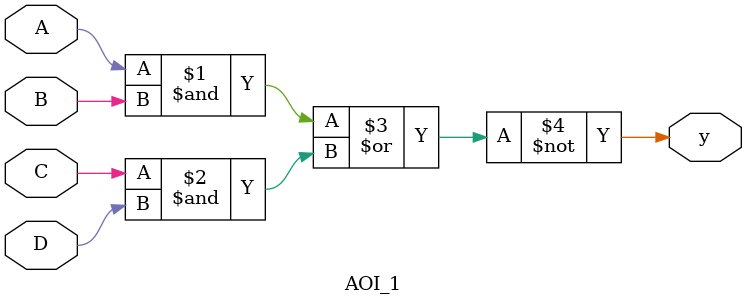
<source format=v>
module AOI_1(A,B,C,D,y);

//port declaration

input A, B, C, D;
output y;

assign y = ~((A & B) | (C & D));

endmodule


</source>
